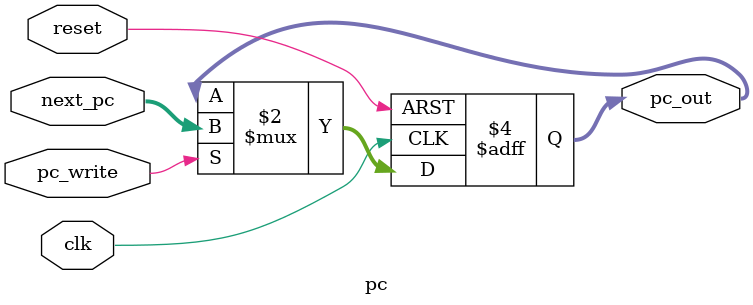
<source format=v>
module pc (
    input         clk,
    input         reset,
    input         pc_write,          // Control signal to allow PC update
    input  [31:0] next_pc,           // Next PC (e.g., PC+4 or branch target)
    output reg [31:0] pc_out         // Current PC
);

    always @(posedge clk or posedge reset) begin
        if (reset) begin
            pc_out <= 32'h00000000;  // Start at address 0
        end else if (pc_write) begin
            pc_out <= next_pc;
        end
    end
endmodule

</source>
